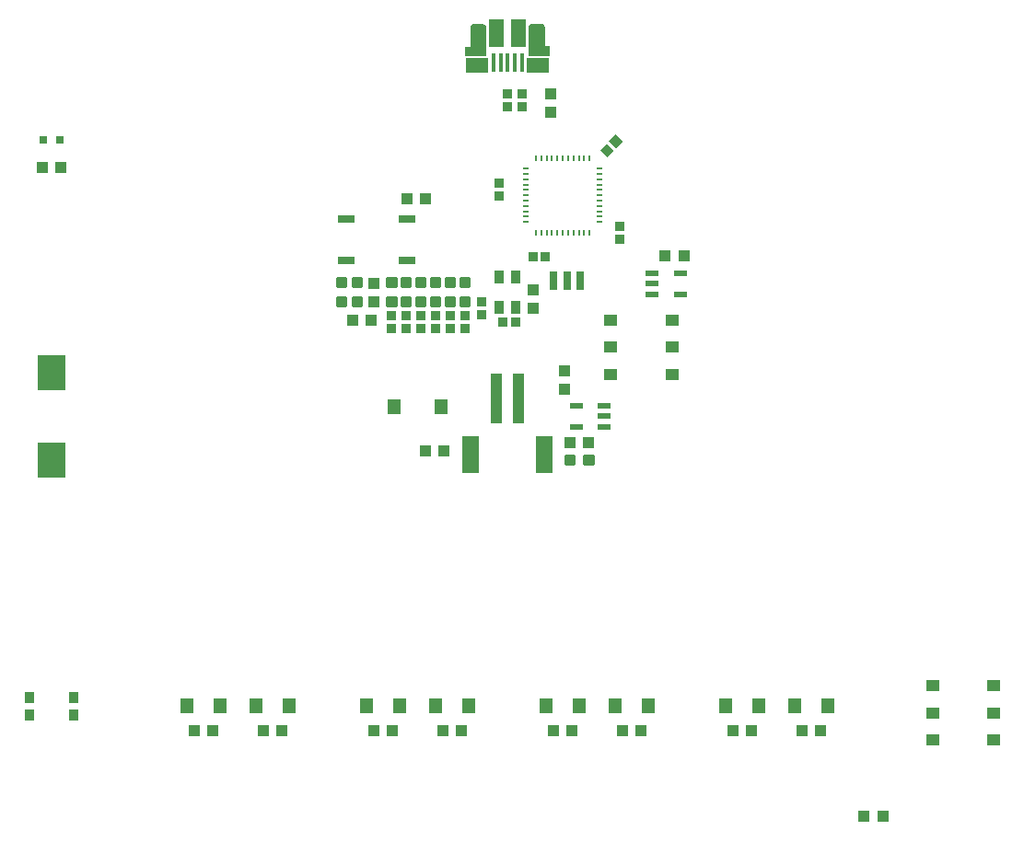
<source format=gtp>
G75*
%MOIN*%
%OFA0B0*%
%FSLAX25Y25*%
%IPPOS*%
%LPD*%
%AMOC8*
5,1,8,0,0,1.08239X$1,22.5*
%
%ADD10R,0.04724X0.02165*%
%ADD11C,0.01181*%
%ADD12R,0.04331X0.03937*%
%ADD13R,0.04528X0.03937*%
%ADD14R,0.06000X0.03000*%
%ADD15R,0.03937X0.04331*%
%ADD16R,0.03543X0.03346*%
%ADD17R,0.03346X0.03543*%
%ADD18R,0.02756X0.06693*%
%ADD19R,0.05000X0.05787*%
%ADD20R,0.00900X0.02150*%
%ADD21R,0.02150X0.00900*%
%ADD22R,0.07874X0.05748*%
%ADD23R,0.05610X0.09843*%
%ADD24C,0.03937*%
%ADD25C,0.04331*%
%ADD26C,0.00197*%
%ADD27R,0.03937X0.18110*%
%ADD28R,0.06299X0.13386*%
%ADD29R,0.09843X0.12598*%
%ADD30R,0.03150X0.03150*%
%ADD31R,0.04724X0.05512*%
%ADD32R,0.03543X0.03937*%
%ADD33R,0.03543X0.04724*%
D10*
X0287477Y0427660D03*
X0287477Y0435140D03*
X0297714Y0435140D03*
X0297714Y0431400D03*
X0297714Y0427660D03*
X0314977Y0475660D03*
X0314977Y0479400D03*
X0314977Y0483140D03*
X0325214Y0483140D03*
X0325214Y0475660D03*
D11*
X0290670Y0416778D02*
X0290670Y0414022D01*
X0290670Y0416778D02*
X0293426Y0416778D01*
X0293426Y0414022D01*
X0290670Y0414022D01*
X0290670Y0415202D02*
X0293426Y0415202D01*
X0293426Y0416382D02*
X0290670Y0416382D01*
X0283764Y0416778D02*
X0283764Y0414022D01*
X0283764Y0416778D02*
X0286520Y0416778D01*
X0286520Y0414022D01*
X0283764Y0414022D01*
X0283764Y0415202D02*
X0286520Y0415202D01*
X0286520Y0416382D02*
X0283764Y0416382D01*
X0248661Y0471569D02*
X0245905Y0471569D01*
X0245905Y0474325D01*
X0248661Y0474325D01*
X0248661Y0471569D01*
X0248661Y0472749D02*
X0245905Y0472749D01*
X0245905Y0473929D02*
X0248661Y0473929D01*
X0248661Y0478475D02*
X0245905Y0478475D01*
X0245905Y0481231D01*
X0248661Y0481231D01*
X0248661Y0478475D01*
X0248661Y0479655D02*
X0245905Y0479655D01*
X0245905Y0480835D02*
X0248661Y0480835D01*
X0243348Y0478475D02*
X0240592Y0478475D01*
X0240592Y0481231D01*
X0243348Y0481231D01*
X0243348Y0478475D01*
X0243348Y0479655D02*
X0240592Y0479655D01*
X0240592Y0480835D02*
X0243348Y0480835D01*
X0243348Y0471569D02*
X0240592Y0471569D01*
X0240592Y0474325D01*
X0243348Y0474325D01*
X0243348Y0471569D01*
X0243348Y0472749D02*
X0240592Y0472749D01*
X0240592Y0473929D02*
X0243348Y0473929D01*
X0238036Y0471569D02*
X0235280Y0471569D01*
X0235280Y0474325D01*
X0238036Y0474325D01*
X0238036Y0471569D01*
X0238036Y0472749D02*
X0235280Y0472749D01*
X0235280Y0473929D02*
X0238036Y0473929D01*
X0238036Y0478475D02*
X0235280Y0478475D01*
X0235280Y0481231D01*
X0238036Y0481231D01*
X0238036Y0478475D01*
X0238036Y0479655D02*
X0235280Y0479655D01*
X0235280Y0480835D02*
X0238036Y0480835D01*
X0232723Y0478475D02*
X0229967Y0478475D01*
X0229967Y0481231D01*
X0232723Y0481231D01*
X0232723Y0478475D01*
X0232723Y0479655D02*
X0229967Y0479655D01*
X0229967Y0480835D02*
X0232723Y0480835D01*
X0232723Y0471569D02*
X0229967Y0471569D01*
X0229967Y0474325D01*
X0232723Y0474325D01*
X0232723Y0471569D01*
X0232723Y0472749D02*
X0229967Y0472749D01*
X0229967Y0473929D02*
X0232723Y0473929D01*
X0227411Y0471569D02*
X0224655Y0471569D01*
X0224655Y0474325D01*
X0227411Y0474325D01*
X0227411Y0471569D01*
X0227411Y0472749D02*
X0224655Y0472749D01*
X0224655Y0473929D02*
X0227411Y0473929D01*
X0227411Y0478475D02*
X0224655Y0478475D01*
X0224655Y0481231D01*
X0227411Y0481231D01*
X0227411Y0478475D01*
X0227411Y0479655D02*
X0224655Y0479655D01*
X0224655Y0480835D02*
X0227411Y0480835D01*
X0222098Y0478475D02*
X0219342Y0478475D01*
X0219342Y0481231D01*
X0222098Y0481231D01*
X0222098Y0478475D01*
X0222098Y0479655D02*
X0219342Y0479655D01*
X0219342Y0480835D02*
X0222098Y0480835D01*
X0222098Y0471569D02*
X0219342Y0471569D01*
X0219342Y0474325D01*
X0222098Y0474325D01*
X0222098Y0471569D01*
X0222098Y0472749D02*
X0219342Y0472749D01*
X0219342Y0473929D02*
X0222098Y0473929D01*
X0209598Y0474325D02*
X0206842Y0474325D01*
X0209598Y0474325D02*
X0209598Y0471569D01*
X0206842Y0471569D01*
X0206842Y0474325D01*
X0206842Y0472749D02*
X0209598Y0472749D01*
X0209598Y0473929D02*
X0206842Y0473929D01*
X0203973Y0474325D02*
X0201217Y0474325D01*
X0203973Y0474325D02*
X0203973Y0471569D01*
X0201217Y0471569D01*
X0201217Y0474325D01*
X0201217Y0472749D02*
X0203973Y0472749D01*
X0203973Y0473929D02*
X0201217Y0473929D01*
X0201217Y0481231D02*
X0203973Y0481231D01*
X0203973Y0478475D01*
X0201217Y0478475D01*
X0201217Y0481231D01*
X0201217Y0479655D02*
X0203973Y0479655D01*
X0203973Y0480835D02*
X0201217Y0480835D01*
X0206842Y0481231D02*
X0209598Y0481231D01*
X0209598Y0478475D01*
X0206842Y0478475D01*
X0206842Y0481231D01*
X0206842Y0479655D02*
X0209598Y0479655D01*
X0209598Y0480835D02*
X0206842Y0480835D01*
D12*
X0149249Y0317650D03*
X0155942Y0317650D03*
X0174249Y0317650D03*
X0180942Y0317650D03*
X0214249Y0317650D03*
X0220942Y0317650D03*
X0239249Y0317650D03*
X0245942Y0317650D03*
X0279249Y0317650D03*
X0285942Y0317650D03*
X0304249Y0317650D03*
X0310942Y0317650D03*
X0344249Y0317650D03*
X0350942Y0317650D03*
X0369249Y0317650D03*
X0375942Y0317650D03*
X0391749Y0286400D03*
X0398442Y0286400D03*
X0291942Y0421900D03*
X0285249Y0421900D03*
X0239692Y0418900D03*
X0232999Y0418900D03*
X0213129Y0466087D03*
X0206436Y0466087D03*
X0226155Y0510306D03*
X0232848Y0510306D03*
X0319749Y0489400D03*
X0326442Y0489400D03*
X0100942Y0521400D03*
X0094249Y0521400D03*
D13*
X0299973Y0466243D03*
X0299973Y0456400D03*
X0299973Y0446557D03*
X0322217Y0446557D03*
X0322217Y0456400D03*
X0322217Y0466243D03*
X0416473Y0333743D03*
X0416473Y0323900D03*
X0416473Y0314057D03*
X0438717Y0314057D03*
X0438717Y0323900D03*
X0438717Y0333743D03*
D14*
X0226095Y0487900D03*
X0226095Y0502900D03*
X0204095Y0502900D03*
X0204095Y0487900D03*
D15*
X0214158Y0479434D03*
X0214158Y0472741D03*
X0271970Y0470554D03*
X0271970Y0477246D03*
X0283095Y0447746D03*
X0283095Y0441054D03*
X0278095Y0541554D03*
X0278095Y0548246D03*
D16*
X0267845Y0548058D03*
X0267845Y0543492D03*
X0262658Y0543492D03*
X0262658Y0548058D03*
X0259595Y0515683D03*
X0259595Y0511117D03*
X0253220Y0472746D03*
X0253220Y0468179D03*
X0247283Y0467746D03*
X0247283Y0463179D03*
X0241970Y0463179D03*
X0241970Y0467746D03*
X0236658Y0467746D03*
X0236658Y0463179D03*
X0231345Y0463179D03*
X0231345Y0467746D03*
X0226033Y0467746D03*
X0226033Y0463179D03*
X0220720Y0463179D03*
X0220720Y0467746D03*
X0303095Y0495617D03*
X0303095Y0500183D03*
D17*
G36*
X0301040Y0527654D02*
X0298674Y0525288D01*
X0296170Y0527792D01*
X0298536Y0530158D01*
X0301040Y0527654D01*
G37*
G36*
X0304270Y0530883D02*
X0301904Y0528517D01*
X0299400Y0531021D01*
X0301766Y0533387D01*
X0304270Y0530883D01*
G37*
X0276379Y0489088D03*
X0271812Y0489088D03*
X0265504Y0465462D03*
X0260937Y0465462D03*
D18*
X0279371Y0480400D03*
X0284095Y0480400D03*
X0288820Y0480400D03*
D19*
X0238560Y0434900D03*
X0221631Y0434900D03*
D20*
X0272920Y0497925D03*
X0274895Y0497925D03*
X0276770Y0497925D03*
X0278745Y0497925D03*
X0280620Y0497925D03*
X0282595Y0497925D03*
X0284570Y0497925D03*
X0286445Y0497925D03*
X0288420Y0497925D03*
X0290295Y0497925D03*
X0292270Y0497925D03*
X0292270Y0524875D03*
X0290295Y0524875D03*
X0288420Y0524875D03*
X0286445Y0524875D03*
X0284570Y0524875D03*
X0282595Y0524875D03*
X0280620Y0524875D03*
X0278745Y0524875D03*
X0276770Y0524875D03*
X0274895Y0524875D03*
X0272920Y0524875D03*
D21*
X0269120Y0521075D03*
X0269120Y0519100D03*
X0269120Y0517225D03*
X0269120Y0515250D03*
X0269120Y0513375D03*
X0269120Y0511400D03*
X0269120Y0509425D03*
X0269120Y0507550D03*
X0269120Y0505575D03*
X0269120Y0503700D03*
X0269120Y0501725D03*
X0296070Y0501725D03*
X0296070Y0503700D03*
X0296070Y0505575D03*
X0296070Y0507550D03*
X0296070Y0509425D03*
X0296070Y0511400D03*
X0296070Y0513375D03*
X0296070Y0515250D03*
X0296070Y0517225D03*
X0296070Y0519100D03*
X0296070Y0521075D03*
D22*
X0273593Y0558515D03*
X0251449Y0558515D03*
D23*
X0258673Y0570159D03*
X0266448Y0570149D03*
D24*
X0271918Y0559114D02*
X0271918Y0557932D01*
X0271918Y0559114D02*
X0271918Y0559114D01*
X0271918Y0557932D01*
X0271918Y0557932D01*
X0252802Y0557971D02*
X0252802Y0559153D01*
X0252802Y0559153D01*
X0252802Y0557971D01*
X0252802Y0557971D01*
D25*
X0251960Y0568546D02*
X0251960Y0570122D01*
X0251960Y0570122D01*
X0251960Y0568546D01*
X0251960Y0568546D01*
X0273062Y0568553D02*
X0273062Y0570129D01*
X0273062Y0570129D01*
X0273062Y0568553D01*
X0273062Y0568553D01*
D26*
X0275765Y0568611D02*
X0270265Y0568611D01*
X0270265Y0568806D02*
X0275765Y0568806D01*
X0275765Y0569001D02*
X0270265Y0569001D01*
X0270265Y0569197D02*
X0275765Y0569197D01*
X0275765Y0569392D02*
X0270265Y0569392D01*
X0270265Y0569588D02*
X0275765Y0569588D01*
X0275765Y0569783D02*
X0270265Y0569783D01*
X0270265Y0569978D02*
X0275765Y0569978D01*
X0275765Y0570174D02*
X0270265Y0570174D01*
X0270265Y0570369D02*
X0275765Y0570369D01*
X0275765Y0570564D02*
X0270265Y0570564D01*
X0270265Y0570760D02*
X0275765Y0570760D01*
X0275765Y0570955D02*
X0270265Y0570955D01*
X0270265Y0571150D02*
X0275765Y0571150D01*
X0275765Y0571346D02*
X0270265Y0571346D01*
X0270265Y0571541D02*
X0275765Y0571541D01*
X0275765Y0571737D02*
X0270265Y0571737D01*
X0270265Y0571932D02*
X0275765Y0571932D01*
X0275765Y0572127D02*
X0270265Y0572127D01*
X0270265Y0572258D02*
X0270298Y0572547D01*
X0270394Y0572822D01*
X0270549Y0573068D01*
X0270755Y0573274D01*
X0271001Y0573429D01*
X0271276Y0573525D01*
X0271565Y0573558D01*
X0274565Y0573558D01*
X0274832Y0573527D01*
X0275086Y0573439D01*
X0275313Y0573296D01*
X0275503Y0573106D01*
X0275646Y0572878D01*
X0275735Y0572625D01*
X0275765Y0572358D01*
X0275765Y0565458D01*
X0275773Y0565419D01*
X0275794Y0565387D01*
X0275827Y0565365D01*
X0275865Y0565358D01*
X0277665Y0565358D01*
X0277665Y0562158D01*
X0270265Y0562158D01*
X0270265Y0572258D01*
X0270272Y0572323D02*
X0275765Y0572323D01*
X0275747Y0572518D02*
X0270294Y0572518D01*
X0270356Y0572713D02*
X0275704Y0572713D01*
X0275627Y0572909D02*
X0270449Y0572909D01*
X0270585Y0573104D02*
X0275504Y0573104D01*
X0275307Y0573299D02*
X0270795Y0573299D01*
X0271190Y0573495D02*
X0274925Y0573495D01*
X0275765Y0568415D02*
X0270265Y0568415D01*
X0270265Y0568220D02*
X0275765Y0568220D01*
X0275765Y0568025D02*
X0270265Y0568025D01*
X0270265Y0567829D02*
X0275765Y0567829D01*
X0275765Y0567634D02*
X0270265Y0567634D01*
X0270265Y0567439D02*
X0275765Y0567439D01*
X0275765Y0567243D02*
X0270265Y0567243D01*
X0270265Y0567048D02*
X0275765Y0567048D01*
X0275765Y0566852D02*
X0270265Y0566852D01*
X0270265Y0566657D02*
X0275765Y0566657D01*
X0275765Y0566462D02*
X0270265Y0566462D01*
X0270265Y0566266D02*
X0275765Y0566266D01*
X0275765Y0566071D02*
X0270265Y0566071D01*
X0270265Y0565876D02*
X0275765Y0565876D01*
X0275765Y0565680D02*
X0270265Y0565680D01*
X0270265Y0565485D02*
X0275765Y0565485D01*
X0277665Y0565290D02*
X0270265Y0565290D01*
X0270265Y0565094D02*
X0277665Y0565094D01*
X0277665Y0564899D02*
X0270265Y0564899D01*
X0270265Y0564703D02*
X0277665Y0564703D01*
X0277665Y0564508D02*
X0270265Y0564508D01*
X0270265Y0564313D02*
X0277665Y0564313D01*
X0277665Y0564117D02*
X0270265Y0564117D01*
X0270265Y0563922D02*
X0277665Y0563922D01*
X0277665Y0563727D02*
X0270265Y0563727D01*
X0270265Y0563531D02*
X0277665Y0563531D01*
X0277665Y0563336D02*
X0270265Y0563336D01*
X0270265Y0563141D02*
X0277665Y0563141D01*
X0277665Y0562945D02*
X0270265Y0562945D01*
X0270265Y0562750D02*
X0277665Y0562750D01*
X0277665Y0562555D02*
X0270265Y0562555D01*
X0270265Y0562359D02*
X0277665Y0562359D01*
X0277665Y0562164D02*
X0270265Y0562164D01*
X0268101Y0562164D02*
X0267117Y0562164D01*
X0267117Y0562359D02*
X0268101Y0562359D01*
X0268101Y0562555D02*
X0267117Y0562555D01*
X0267117Y0562750D02*
X0268101Y0562750D01*
X0268101Y0562814D02*
X0268101Y0556397D01*
X0267117Y0556397D01*
X0267117Y0562814D01*
X0268101Y0562814D01*
X0268101Y0561968D02*
X0267117Y0561968D01*
X0267117Y0561773D02*
X0268101Y0561773D01*
X0268101Y0561578D02*
X0267117Y0561578D01*
X0267117Y0561382D02*
X0268101Y0561382D01*
X0268101Y0561187D02*
X0267117Y0561187D01*
X0267117Y0560992D02*
X0268101Y0560992D01*
X0268101Y0560796D02*
X0267117Y0560796D01*
X0267117Y0560601D02*
X0268101Y0560601D01*
X0268101Y0560406D02*
X0267117Y0560406D01*
X0267117Y0560210D02*
X0268101Y0560210D01*
X0268101Y0560015D02*
X0267117Y0560015D01*
X0267117Y0559819D02*
X0268101Y0559819D01*
X0268101Y0559624D02*
X0267117Y0559624D01*
X0267117Y0559429D02*
X0268101Y0559429D01*
X0268101Y0559233D02*
X0267117Y0559233D01*
X0267117Y0559038D02*
X0268101Y0559038D01*
X0268101Y0558843D02*
X0267117Y0558843D01*
X0267117Y0558647D02*
X0268101Y0558647D01*
X0268101Y0558452D02*
X0267117Y0558452D01*
X0267117Y0558257D02*
X0268101Y0558257D01*
X0268101Y0558061D02*
X0267117Y0558061D01*
X0267117Y0557866D02*
X0268101Y0557866D01*
X0268101Y0557670D02*
X0267117Y0557670D01*
X0267117Y0557475D02*
X0268101Y0557475D01*
X0268101Y0557280D02*
X0267117Y0557280D01*
X0267117Y0557084D02*
X0268101Y0557084D01*
X0268101Y0556889D02*
X0267117Y0556889D01*
X0267117Y0556694D02*
X0268101Y0556694D01*
X0268101Y0556498D02*
X0267117Y0556498D01*
X0265582Y0556498D02*
X0264597Y0556498D01*
X0264597Y0556397D02*
X0264597Y0562814D01*
X0265582Y0562814D01*
X0265582Y0556397D01*
X0264597Y0556397D01*
X0264597Y0556694D02*
X0265582Y0556694D01*
X0265582Y0556889D02*
X0264597Y0556889D01*
X0264597Y0557084D02*
X0265582Y0557084D01*
X0265582Y0557280D02*
X0264597Y0557280D01*
X0264597Y0557475D02*
X0265582Y0557475D01*
X0265582Y0557670D02*
X0264597Y0557670D01*
X0264597Y0557866D02*
X0265582Y0557866D01*
X0265582Y0558061D02*
X0264597Y0558061D01*
X0264597Y0558257D02*
X0265582Y0558257D01*
X0265582Y0558452D02*
X0264597Y0558452D01*
X0264597Y0558647D02*
X0265582Y0558647D01*
X0265582Y0558843D02*
X0264597Y0558843D01*
X0264597Y0559038D02*
X0265582Y0559038D01*
X0265582Y0559233D02*
X0264597Y0559233D01*
X0264597Y0559429D02*
X0265582Y0559429D01*
X0265582Y0559624D02*
X0264597Y0559624D01*
X0264597Y0559819D02*
X0265582Y0559819D01*
X0265582Y0560015D02*
X0264597Y0560015D01*
X0264597Y0560210D02*
X0265582Y0560210D01*
X0265582Y0560406D02*
X0264597Y0560406D01*
X0264597Y0560601D02*
X0265582Y0560601D01*
X0265582Y0560796D02*
X0264597Y0560796D01*
X0264597Y0560992D02*
X0265582Y0560992D01*
X0265582Y0561187D02*
X0264597Y0561187D01*
X0264597Y0561382D02*
X0265582Y0561382D01*
X0265582Y0561578D02*
X0264597Y0561578D01*
X0264597Y0561773D02*
X0265582Y0561773D01*
X0265582Y0561968D02*
X0264597Y0561968D01*
X0264597Y0562164D02*
X0265582Y0562164D01*
X0265582Y0562359D02*
X0264597Y0562359D01*
X0264597Y0562555D02*
X0265582Y0562555D01*
X0265582Y0562750D02*
X0264597Y0562750D01*
X0263023Y0562750D02*
X0262038Y0562750D01*
X0262038Y0562775D02*
X0263023Y0562775D01*
X0263023Y0556358D01*
X0262038Y0556358D01*
X0262038Y0562775D01*
X0262038Y0562555D02*
X0263023Y0562555D01*
X0263023Y0562359D02*
X0262038Y0562359D01*
X0262038Y0562164D02*
X0263023Y0562164D01*
X0263023Y0561968D02*
X0262038Y0561968D01*
X0262038Y0561773D02*
X0263023Y0561773D01*
X0263023Y0561578D02*
X0262038Y0561578D01*
X0262038Y0561382D02*
X0263023Y0561382D01*
X0263023Y0561187D02*
X0262038Y0561187D01*
X0262038Y0560992D02*
X0263023Y0560992D01*
X0263023Y0560796D02*
X0262038Y0560796D01*
X0262038Y0560601D02*
X0263023Y0560601D01*
X0263023Y0560406D02*
X0262038Y0560406D01*
X0262038Y0560210D02*
X0263023Y0560210D01*
X0263023Y0560015D02*
X0262038Y0560015D01*
X0262038Y0559819D02*
X0263023Y0559819D01*
X0263023Y0559624D02*
X0262038Y0559624D01*
X0262038Y0559429D02*
X0263023Y0559429D01*
X0263023Y0559233D02*
X0262038Y0559233D01*
X0262038Y0559038D02*
X0263023Y0559038D01*
X0263023Y0558843D02*
X0262038Y0558843D01*
X0262038Y0558647D02*
X0263023Y0558647D01*
X0263023Y0558452D02*
X0262038Y0558452D01*
X0262038Y0558257D02*
X0263023Y0558257D01*
X0263023Y0558061D02*
X0262038Y0558061D01*
X0262038Y0557866D02*
X0263023Y0557866D01*
X0263023Y0557670D02*
X0262038Y0557670D01*
X0262038Y0557475D02*
X0263023Y0557475D01*
X0263023Y0557280D02*
X0262038Y0557280D01*
X0262038Y0557084D02*
X0263023Y0557084D01*
X0263023Y0556889D02*
X0262038Y0556889D01*
X0262038Y0556694D02*
X0263023Y0556694D01*
X0263023Y0556498D02*
X0262038Y0556498D01*
X0260424Y0556498D02*
X0259440Y0556498D01*
X0259440Y0556358D02*
X0259440Y0562775D01*
X0260424Y0562775D01*
X0260424Y0556358D01*
X0259440Y0556358D01*
X0259440Y0556694D02*
X0260424Y0556694D01*
X0260424Y0556889D02*
X0259440Y0556889D01*
X0259440Y0557084D02*
X0260424Y0557084D01*
X0260424Y0557280D02*
X0259440Y0557280D01*
X0259440Y0557475D02*
X0260424Y0557475D01*
X0260424Y0557670D02*
X0259440Y0557670D01*
X0259440Y0557866D02*
X0260424Y0557866D01*
X0260424Y0558061D02*
X0259440Y0558061D01*
X0259440Y0558257D02*
X0260424Y0558257D01*
X0260424Y0558452D02*
X0259440Y0558452D01*
X0259440Y0558647D02*
X0260424Y0558647D01*
X0260424Y0558843D02*
X0259440Y0558843D01*
X0259440Y0559038D02*
X0260424Y0559038D01*
X0260424Y0559233D02*
X0259440Y0559233D01*
X0259440Y0559429D02*
X0260424Y0559429D01*
X0260424Y0559624D02*
X0259440Y0559624D01*
X0259440Y0559819D02*
X0260424Y0559819D01*
X0260424Y0560015D02*
X0259440Y0560015D01*
X0259440Y0560210D02*
X0260424Y0560210D01*
X0260424Y0560406D02*
X0259440Y0560406D01*
X0259440Y0560601D02*
X0260424Y0560601D01*
X0260424Y0560796D02*
X0259440Y0560796D01*
X0259440Y0560992D02*
X0260424Y0560992D01*
X0260424Y0561187D02*
X0259440Y0561187D01*
X0259440Y0561382D02*
X0260424Y0561382D01*
X0260424Y0561578D02*
X0259440Y0561578D01*
X0259440Y0561773D02*
X0260424Y0561773D01*
X0260424Y0561968D02*
X0259440Y0561968D01*
X0259440Y0562164D02*
X0260424Y0562164D01*
X0260424Y0562359D02*
X0259440Y0562359D01*
X0259440Y0562555D02*
X0260424Y0562555D01*
X0260424Y0562750D02*
X0259440Y0562750D01*
X0257865Y0562750D02*
X0256881Y0562750D01*
X0256881Y0562814D02*
X0257865Y0562814D01*
X0257865Y0556397D01*
X0256881Y0556397D01*
X0256881Y0562814D01*
X0256881Y0562555D02*
X0257865Y0562555D01*
X0257865Y0562359D02*
X0256881Y0562359D01*
X0256881Y0562164D02*
X0257865Y0562164D01*
X0257865Y0561968D02*
X0256881Y0561968D01*
X0256881Y0561773D02*
X0257865Y0561773D01*
X0257865Y0561578D02*
X0256881Y0561578D01*
X0256881Y0561382D02*
X0257865Y0561382D01*
X0257865Y0561187D02*
X0256881Y0561187D01*
X0256881Y0560992D02*
X0257865Y0560992D01*
X0257865Y0560796D02*
X0256881Y0560796D01*
X0256881Y0560601D02*
X0257865Y0560601D01*
X0257865Y0560406D02*
X0256881Y0560406D01*
X0256881Y0560210D02*
X0257865Y0560210D01*
X0257865Y0560015D02*
X0256881Y0560015D01*
X0256881Y0559819D02*
X0257865Y0559819D01*
X0257865Y0559624D02*
X0256881Y0559624D01*
X0256881Y0559429D02*
X0257865Y0559429D01*
X0257865Y0559233D02*
X0256881Y0559233D01*
X0256881Y0559038D02*
X0257865Y0559038D01*
X0257865Y0558843D02*
X0256881Y0558843D01*
X0256881Y0558647D02*
X0257865Y0558647D01*
X0257865Y0558452D02*
X0256881Y0558452D01*
X0256881Y0558257D02*
X0257865Y0558257D01*
X0257865Y0558061D02*
X0256881Y0558061D01*
X0256881Y0557866D02*
X0257865Y0557866D01*
X0257865Y0557670D02*
X0256881Y0557670D01*
X0256881Y0557475D02*
X0257865Y0557475D01*
X0257865Y0557280D02*
X0256881Y0557280D01*
X0256881Y0557084D02*
X0257865Y0557084D01*
X0257865Y0556889D02*
X0256881Y0556889D01*
X0256881Y0556694D02*
X0257865Y0556694D01*
X0257865Y0556498D02*
X0256881Y0556498D01*
X0254665Y0562158D02*
X0254665Y0572158D01*
X0254633Y0572447D01*
X0254536Y0572722D01*
X0254382Y0572968D01*
X0254176Y0573174D01*
X0253929Y0573329D01*
X0253654Y0573425D01*
X0253365Y0573458D01*
X0250465Y0573458D01*
X0250198Y0573427D01*
X0249944Y0573339D01*
X0249717Y0573196D01*
X0249527Y0573006D01*
X0249384Y0572778D01*
X0249295Y0572525D01*
X0249265Y0572258D01*
X0249265Y0565358D01*
X0249258Y0565319D01*
X0249236Y0565287D01*
X0249203Y0565265D01*
X0249165Y0565258D01*
X0247265Y0565258D01*
X0247265Y0562158D01*
X0254665Y0562158D01*
X0254665Y0562164D02*
X0247265Y0562164D01*
X0247265Y0562359D02*
X0254665Y0562359D01*
X0254665Y0562555D02*
X0247265Y0562555D01*
X0247265Y0562750D02*
X0254665Y0562750D01*
X0254665Y0562945D02*
X0247265Y0562945D01*
X0247265Y0563141D02*
X0254665Y0563141D01*
X0254665Y0563336D02*
X0247265Y0563336D01*
X0247265Y0563531D02*
X0254665Y0563531D01*
X0254665Y0563727D02*
X0247265Y0563727D01*
X0247265Y0563922D02*
X0254665Y0563922D01*
X0254665Y0564117D02*
X0247265Y0564117D01*
X0247265Y0564313D02*
X0254665Y0564313D01*
X0254665Y0564508D02*
X0247265Y0564508D01*
X0247265Y0564703D02*
X0254665Y0564703D01*
X0254665Y0564899D02*
X0247265Y0564899D01*
X0247265Y0565094D02*
X0254665Y0565094D01*
X0254665Y0565290D02*
X0249238Y0565290D01*
X0249265Y0565485D02*
X0254665Y0565485D01*
X0254665Y0565680D02*
X0249265Y0565680D01*
X0249265Y0565876D02*
X0254665Y0565876D01*
X0254665Y0566071D02*
X0249265Y0566071D01*
X0249265Y0566266D02*
X0254665Y0566266D01*
X0254665Y0566462D02*
X0249265Y0566462D01*
X0249265Y0566657D02*
X0254665Y0566657D01*
X0254665Y0566852D02*
X0249265Y0566852D01*
X0249265Y0567048D02*
X0254665Y0567048D01*
X0254665Y0567243D02*
X0249265Y0567243D01*
X0249265Y0567439D02*
X0254665Y0567439D01*
X0254665Y0567634D02*
X0249265Y0567634D01*
X0249265Y0567829D02*
X0254665Y0567829D01*
X0254665Y0568025D02*
X0249265Y0568025D01*
X0249265Y0568220D02*
X0254665Y0568220D01*
X0254665Y0568415D02*
X0249265Y0568415D01*
X0249265Y0568611D02*
X0254665Y0568611D01*
X0254665Y0568806D02*
X0249265Y0568806D01*
X0249265Y0569001D02*
X0254665Y0569001D01*
X0254665Y0569197D02*
X0249265Y0569197D01*
X0249265Y0569392D02*
X0254665Y0569392D01*
X0254665Y0569588D02*
X0249265Y0569588D01*
X0249265Y0569783D02*
X0254665Y0569783D01*
X0254665Y0569978D02*
X0249265Y0569978D01*
X0249265Y0570174D02*
X0254665Y0570174D01*
X0254665Y0570369D02*
X0249265Y0570369D01*
X0249265Y0570564D02*
X0254665Y0570564D01*
X0254665Y0570760D02*
X0249265Y0570760D01*
X0249265Y0570955D02*
X0254665Y0570955D01*
X0254665Y0571150D02*
X0249265Y0571150D01*
X0249265Y0571346D02*
X0254665Y0571346D01*
X0254665Y0571541D02*
X0249265Y0571541D01*
X0249265Y0571737D02*
X0254665Y0571737D01*
X0254665Y0571932D02*
X0249265Y0571932D01*
X0249265Y0572127D02*
X0254665Y0572127D01*
X0254647Y0572323D02*
X0249272Y0572323D01*
X0249294Y0572518D02*
X0254608Y0572518D01*
X0254539Y0572713D02*
X0249361Y0572713D01*
X0249466Y0572909D02*
X0254419Y0572909D01*
X0254246Y0573104D02*
X0249625Y0573104D01*
X0249882Y0573299D02*
X0253976Y0573299D01*
D27*
X0258658Y0437842D03*
X0266532Y0437842D03*
D28*
X0275981Y0417369D03*
X0249209Y0417369D03*
D29*
X0097595Y0415652D03*
X0097595Y0447148D03*
D30*
X0094642Y0531400D03*
X0100548Y0531400D03*
D31*
X0146690Y0326400D03*
X0158501Y0326400D03*
X0171690Y0326400D03*
X0183501Y0326400D03*
X0211690Y0326400D03*
X0223501Y0326400D03*
X0236690Y0326400D03*
X0248501Y0326400D03*
X0276690Y0326400D03*
X0288501Y0326400D03*
X0301690Y0326400D03*
X0313501Y0326400D03*
X0341690Y0326400D03*
X0353501Y0326400D03*
X0366690Y0326400D03*
X0378501Y0326400D03*
D32*
X0105666Y0323250D03*
X0105666Y0329550D03*
X0089524Y0329550D03*
X0089524Y0323250D03*
D33*
X0259741Y0470888D03*
X0265449Y0470888D03*
X0265449Y0481912D03*
X0259741Y0481912D03*
M02*

</source>
